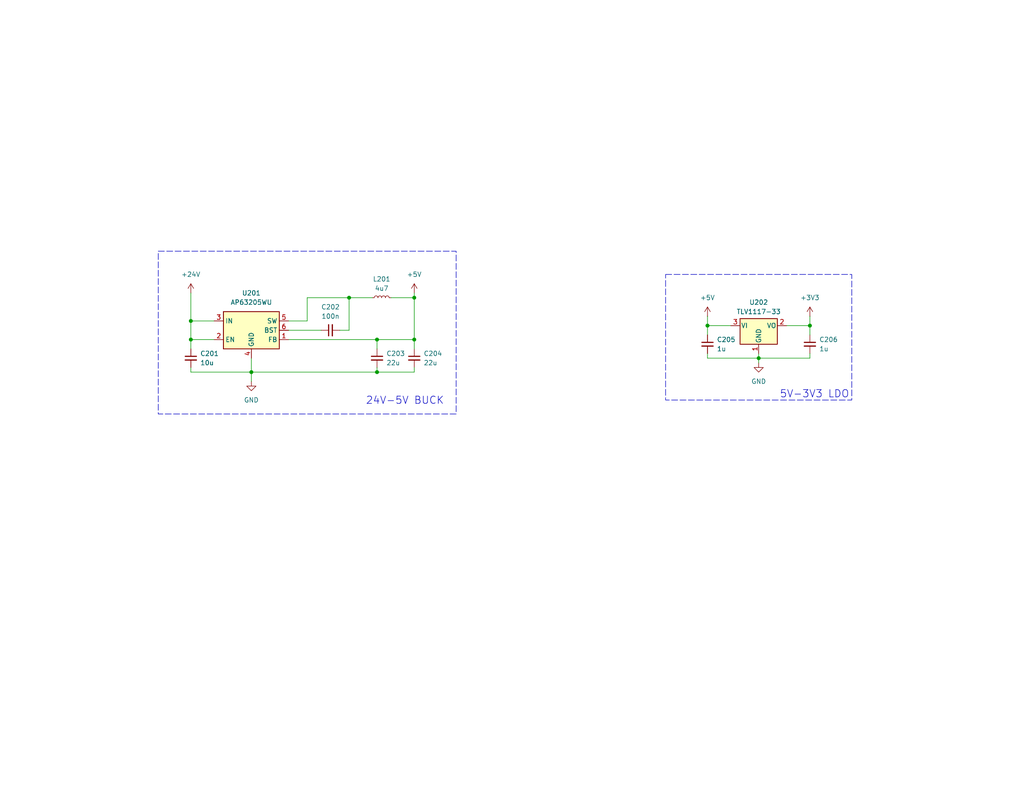
<source format=kicad_sch>
(kicad_sch (version 20231120) (generator "eeschema") (generator_version "8.0")
  (paper "USLetter")
  (title_block (title "Relay Control Board") (date "2024-07-09") (rev "R1") (company "UBC ThunderBikes") (comment 1 "Peter Woolsey"))
  (lib_symbols
    (symbol "Device:C_Small" (pin_numbers hide) (pin_names (offset 0.254) hide)
      (property "Reference" "C" (at 0.254 1.778 0))
      (property "Value" "C_Small" (at 0.254 -2.032 0))
      (symbol "C_Small_0_1"
        (polyline (pts (xy -1.524 -0.508) (xy 1.524 -0.508)) (stroke (width 0.3302)))
        (polyline (pts (xy -1.524 0.508) (xy 1.524 0.508)) (stroke (width 0.3048)))
      )
      (symbol "C_Small_1_1"
        (pin passive line (at 0 2.54 270) (length 2.032) (name "~") (number "1"))
        (pin passive line (at 0 -2.54 90) (length 2.032) (name "~") (number "2"))
      )
    )
    (symbol "Device:L_Small" (pin_numbers hide) (pin_names (offset 0.254) hide)
      (property "Reference" "L" (at 0.762 1.016 0))
      (property "Value" "L_Small" (at 0.762 -1.016 0))
      (symbol "L_Small_0_1"
        (arc (start 0 -2.032) (mid 0.5058 -1.524) (end 0 -1.016))
        (arc (start 0 -1.016) (mid 0.5058 -0.508) (end 0 0))
        (arc (start 0 0) (mid 0.5058 0.508) (end 0 1.016))
        (arc (start 0 1.016) (mid 0.5058 1.524) (end 0 2.032))
      )
      (symbol "L_Small_1_1"
        (pin passive line (at 0 2.54 270) (length 0.508) (name "~") (number "1"))
        (pin passive line (at 0 -2.54 90) (length 0.508) (name "~") (number "2"))
      )
    )
    (symbol "Regulator_Linear:TLV1117-33" (pin_names (offset 0.254))
      (property "Reference" "U" (at -3.81 3.175 0))
      (property "Value" "TLV1117-33" (at 0 3.175 0))
      (symbol "TLV1117-33_0_1"
        (rectangle (start -5.08 -5.08) (end 5.08 1.905) (stroke (width 0.254)) (fill (type background)))
      )
      (symbol "TLV1117-33_1_1"
        (pin power_in line (at 0 -7.62 90) (length 2.54) (name "GND") (number "1"))
        (pin power_out line (at 7.62 0 180) (length 2.54) (name "VO") (number "2"))
        (pin power_in line (at -7.62 0 0) (length 2.54) (name "VI") (number "3"))
      )
    )
    (symbol "Regulator_Switching:AP63205WU"
      (property "Reference" "U" (at -7.62 6.35 0))
      (property "Value" "AP63205WU" (at 2.54 6.35 0))
      (symbol "AP63205WU_0_1"
        (rectangle (start -7.62 5.08) (end 7.62 -5.08) (stroke (width 0.254)) (fill (type background)))
      )
      (symbol "AP63205WU_1_1"
        (pin input line (at 10.16 -2.54 180) (length 2.54) (name "FB") (number "1"))
        (pin input line (at -10.16 -2.54 0) (length 2.54) (name "EN") (number "2"))
        (pin power_in line (at -10.16 2.54 0) (length 2.54) (name "IN") (number "3"))
        (pin power_in line (at 0 -7.62 90) (length 2.54) (name "GND") (number "4"))
        (pin output line (at 10.16 2.54 180) (length 2.54) (name "SW") (number "5"))
        (pin passive line (at 10.16 0 180) (length 2.54) (name "BST") (number "6"))
      )
    )
    (symbol "power:+24V" (power) (pin_numbers hide) (pin_names (offset 0) hide)
      (property "Value" "+24V" (at 0 3.556 0))
      (symbol "+24V_0_1"
        (polyline (pts (xy -0.762 1.27) (xy 0 2.54)))
        (polyline (pts (xy 0 0) (xy 0 2.54)))
        (polyline (pts (xy 0 2.54) (xy 0.762 1.27)))
      )
      (symbol "+24V_1_1"
        (pin power_in line (at 0 0 90) (length 0) (name "~") (number "1"))
      )
    )
    (symbol "power:+3V3" (power) (pin_numbers hide) (pin_names (offset 0) hide)
      (property "Value" "+3V3" (at 0 3.556 0))
      (symbol "+3V3_0_1"
        (polyline (pts (xy -0.762 1.27) (xy 0 2.54)))
        (polyline (pts (xy 0 0) (xy 0 2.54)))
        (polyline (pts (xy 0 2.54) (xy 0.762 1.27)))
      )
      (symbol "+3V3_1_1"
        (pin power_in line (at 0 0 90) (length 0) (name "~") (number "1"))
      )
    )
    (symbol "power:+5V" (power) (pin_numbers hide) (pin_names (offset 0) hide)
      (property "Value" "+5V" (at 0 3.556 0))
      (symbol "+5V_0_1"
        (polyline (pts (xy -0.762 1.27) (xy 0 2.54)))
        (polyline (pts (xy 0 0) (xy 0 2.54)))
        (polyline (pts (xy 0 2.54) (xy 0.762 1.27)))
      )
      (symbol "+5V_1_1"
        (pin power_in line (at 0 0 90) (length 0) (name "~") (number "1"))
      )
    )
    (symbol "power:GND" (power) (pin_numbers hide) (pin_names (offset 0) hide)
      (property "Value" "GND" (at 0 -3.81 0))
      (symbol "GND_0_1"
        (polyline (pts (xy 0 0) (xy 0 -1.27) (xy 1.27 -1.27) (xy 0 -2.54) (xy -1.27 -1.27) (xy 0 -1.27)))
      )
      (symbol "GND_1_1"
        (pin power_in line (at 0 0 270) (length 0) (name "~") (number "1"))
      )
    )
  )
  (junction (at 193.04 88.9))
  (junction (at 52.07 87.63))
  (junction (at 220.98 88.9))
  (junction (at 113.03 92.71))
  (junction (at 95.25 81.28))
  (junction (at 68.58 101.6))
  (junction (at 113.03 81.28))
  (junction (at 52.07 92.71))
  (junction (at 102.87 92.71))
  (junction (at 102.87 101.6))
  (junction (at 207.01 97.79))
  (wire (pts (xy 214.63 88.9) (xy 220.98 88.9)))
  (wire (pts (xy 52.07 92.71) (xy 58.42 92.71)))
  (wire (pts (xy 102.87 101.6) (xy 113.03 101.6)))
  (wire (pts (xy 95.25 81.28) (xy 101.6 81.28)))
  (wire (pts (xy 68.58 101.6) (xy 68.58 104.14)))
  (wire (pts (xy 52.07 80.01) (xy 52.07 87.63)))
  (wire (pts (xy 220.98 88.9) (xy 220.98 91.44)))
  (wire (pts (xy 102.87 92.71) (xy 113.03 92.71)))
  (wire (pts (xy 193.04 86.36) (xy 193.04 88.9)))
  (wire (pts (xy 52.07 87.63) (xy 52.07 92.71)))
  (wire (pts (xy 113.03 92.71) (xy 113.03 81.28)))
  (wire (pts (xy 68.58 101.6) (xy 102.87 101.6)))
  (wire (pts (xy 113.03 92.71) (xy 113.03 95.25)))
  (wire (pts (xy 220.98 86.36) (xy 220.98 88.9)))
  (wire (pts (xy 207.01 96.52) (xy 207.01 97.79)))
  (wire (pts (xy 193.04 88.9) (xy 193.04 91.44)))
  (wire (pts (xy 52.07 101.6) (xy 68.58 101.6)))
  (wire (pts (xy 207.01 97.79) (xy 220.98 97.79)))
  (wire (pts (xy 83.82 87.63) (xy 78.74 87.63)))
  (wire (pts (xy 193.04 96.52) (xy 193.04 97.79)))
  (wire (pts (xy 113.03 101.6) (xy 113.03 100.33)))
  (wire (pts (xy 83.82 87.63) (xy 83.82 81.28)))
  (wire (pts (xy 52.07 100.33) (xy 52.07 101.6)))
  (wire (pts (xy 95.25 90.17) (xy 92.71 90.17)))
  (wire (pts (xy 52.07 92.71) (xy 52.07 95.25)))
  (wire (pts (xy 193.04 97.79) (xy 207.01 97.79)))
  (wire (pts (xy 52.07 87.63) (xy 58.42 87.63)))
  (wire (pts (xy 220.98 97.79) (xy 220.98 96.52)))
  (wire (pts (xy 193.04 88.9) (xy 199.39 88.9)))
  (wire (pts (xy 83.82 81.28) (xy 95.25 81.28)))
  (wire (pts (xy 207.01 97.79) (xy 207.01 99.06)))
  (wire (pts (xy 106.68 81.28) (xy 113.03 81.28)))
  (wire (pts (xy 78.74 90.17) (xy 87.63 90.17)))
  (wire (pts (xy 68.58 97.79) (xy 68.58 101.6)))
  (wire (pts (xy 102.87 100.33) (xy 102.87 101.6)))
  (wire (pts (xy 95.25 81.28) (xy 95.25 90.17)))
  (wire (pts (xy 113.03 80.01) (xy 113.03 81.28)))
  (wire (pts (xy 102.87 92.71) (xy 102.87 95.25)))
  (wire (pts (xy 78.74 92.71) (xy 102.87 92.71)))
  (rectangle (start 43.18 68.58) (end 124.46 113.03) (stroke (width 0) (type dash)))
  (rectangle (start 181.61 74.93) (end 232.41 109.22) (stroke (width 0) (type dash)))
  (text "5V-3V3 LDO" (at 222.25 107.696 0) (effects (font (size 2 2))))
  (text "24V-5V BUCK" (at 110.49 109.474 0) (effects (font (size 2 2))))
  (symbol (lib_id "Device:C_Small") (at 90.17 90.17 90) (mirror x) (unit 1)
    (property "Reference" "C202" (at 90.1763 83.82 90))
    (property "Value" "100n" (at 90.1763 86.36 90))
    (property "Footprint" "Capacitor_SMD:C_0603_1608Metric" (effects (hide yes)))
    (property "Description" "Unpolarized capacitor, small symbol" (effects (hide yes)))
    (property "LCSC" "C1591" (effects (hide yes)))
  )
  (symbol (lib_id "Device:C_Small") (at 193.04 93.98 0) (unit 1)
    (property "Reference" "C205" (at 195.58 92.7162 0) (effects (justify left)))
    (property "Value" "1u" (at 195.58 95.2562 0) (effects (justify left)))
    (property "Footprint" "Capacitor_SMD:C_0603_1608Metric" (effects (hide yes)))
    (property "Description" "Unpolarized capacitor, small symbol" (effects (hide yes)))
    (property "LCSC" "C59302" (effects (hide yes)))
  )
  (symbol (lib_id "Device:L_Small") (at 104.14 81.28 90) (unit 1)
    (property "Reference" "L201" (at 104.14 76.2 90))
    (property "Value" "4u7" (at 104.14 78.74 90))
    (property "Footprint" "Inductor_SMD:L_1210_3225Metric" (effects (hide yes)))
    (property "Description" "Inductor, small symbol" (effects (hide yes)))
    (property "LCSC" "C2045343" (effects (hide yes)))
  )
  (symbol (lib_id "Device:C_Small") (at 102.87 97.79 0) (unit 1)
    (property "Reference" "C203" (at 105.41 96.5262 0) (effects (justify left)))
    (property "Value" "22u" (at 105.41 99.0662 0) (effects (justify left)))
    (property "Footprint" "Capacitor_SMD:C_0603_1608Metric" (effects (hide yes)))
    (property "Description" "Unpolarized capacitor, small symbol" (effects (hide yes)))
    (property "LCSC" "C86295" (effects (hide yes)))
  )
  (symbol (lib_id "power:GND") (at 207.01 99.06 0) (unit 1)
    (property "Reference" "#PWR06" (effects (hide yes)))
    (property "Value" "GND" (at 207.01 104.14 0))
    (property "Description" "Power symbol creates a global label with name \"GND\" , ground" (effects (hide yes)))
  )
  (symbol (lib_id "Device:C_Small") (at 113.03 97.79 0) (unit 1)
    (property "Reference" "C204" (at 115.57 96.5262 0) (effects (justify left)))
    (property "Value" "22u" (at 115.57 99.0662 0) (effects (justify left)))
    (property "Footprint" "Capacitor_SMD:C_0603_1608Metric" (effects (hide yes)))
    (property "Description" "Unpolarized capacitor, small symbol" (effects (hide yes)))
    (property "LCSC" "C86295" (effects (hide yes)))
  )
  (symbol (lib_id "power:GND") (at 68.58 104.14 0) (unit 1)
    (property "Reference" "#PWR01" (effects (hide yes)))
    (property "Value" "GND" (at 68.58 109.22 0))
    (property "Description" "Power symbol creates a global label with name \"GND\" , ground" (effects (hide yes)))
  )
  (symbol (lib_id "power:+24V") (at 52.07 80.01 0) (unit 1)
    (property "Reference" "#PWR02" (effects (hide yes)))
    (property "Value" "+24V" (at 52.07 74.93 0))
    (property "Description" "Power symbol creates a global label with name \"+24V\"" (effects (hide yes)))
  )
  (symbol (lib_id "Regulator_Switching:AP63205WU") (at 68.58 90.17 0) (unit 1)
    (property "Reference" "U201" (at 68.58 80.01 0))
    (property "Value" "AP63205WU" (at 68.58 82.55 0))
    (property "Footprint" "Package_TO_SOT_SMD:TSOT-23-6" (effects (hide yes)))
    (property "Datasheet" "https://www.diodes.com/assets/Datasheets/AP63200-AP63201-AP63203-AP63205.pdf" (effects (hide yes)))
    (property "Description" "2A, 1.1MHz Buck DC/DC Converter, fixed 5.0V output voltage, TSOT-23-6" (effects (hide yes)))
    (property "LCSC" "C2071056" (effects (hide yes)))
  )
  (symbol (lib_id "Device:C_Small") (at 220.98 93.98 0) (unit 1)
    (property "Reference" "C206" (at 223.52 92.7162 0) (effects (justify left)))
    (property "Value" "1u" (at 223.52 95.2562 0) (effects (justify left)))
    (property "Footprint" "Capacitor_SMD:C_0603_1608Metric" (effects (hide yes)))
    (property "Description" "Unpolarized capacitor, small symbol" (effects (hide yes)))
    (property "LCSC" "C59302" (effects (hide yes)))
  )
  (symbol (lib_id "power:+3V3") (at 220.98 86.36 0) (unit 1)
    (property "Reference" "#PWR04" (effects (hide yes)))
    (property "Value" "+3V3" (at 220.98 81.28 0))
    (property "Description" "Power symbol creates a global label with name \"+3V3\"" (effects (hide yes)))
  )
  (symbol (lib_id "Device:C_Small") (at 52.07 97.79 0) (unit 1)
    (property "Reference" "C201" (at 54.61 96.5262 0) (effects (justify left)))
    (property "Value" "10u" (at 54.61 99.0662 0) (effects (justify left)))
    (property "Footprint" "Capacitor_SMD:C_0603_1608Metric" (effects (hide yes)))
    (property "Description" "Unpolarized capacitor, small symbol" (effects (hide yes)))
    (property "LCSC" "C91606" (effects (hide yes)))
  )
  (symbol (lib_id "power:+5V") (at 193.04 86.36 0) (unit 1)
    (property "Reference" "#PWR05" (effects (hide yes)))
    (property "Value" "+5V" (at 193.04 81.28 0))
    (property "Description" "Power symbol creates a global label with name \"+5V\"" (effects (hide yes)))
  )
  (symbol (lib_id "power:+5V") (at 113.03 80.01 0) (unit 1)
    (property "Reference" "#PWR03" (effects (hide yes)))
    (property "Value" "+5V" (at 113.03 74.93 0))
    (property "Description" "Power symbol creates a global label with name \"+5V\"" (effects (hide yes)))
  )
  (symbol (lib_id "Regulator_Linear:TLV1117-33") (at 207.01 88.9 0) (unit 1)
    (property "Reference" "U202" (at 207.01 82.55 0))
    (property "Value" "TLV1117-33" (at 207.01 85.09 0))
    (property "Footprint" "Package_TO_SOT_SMD:SOT-223-3_TabPin2" (effects (hide yes)))
    (property "Datasheet" "http://www.ti.com/lit/ds/symlink/tlv1117.pdf" (effects (hide yes)))
    (property "Description" "800mA Low-Dropout Linear Regulator, 3.3V fixed output, TO-220/TO-252/TO-263/SOT-223" (effects (hide yes)))
    (property "LCSC" "C37359" (effects (hide yes)))
  )
)
</source>
